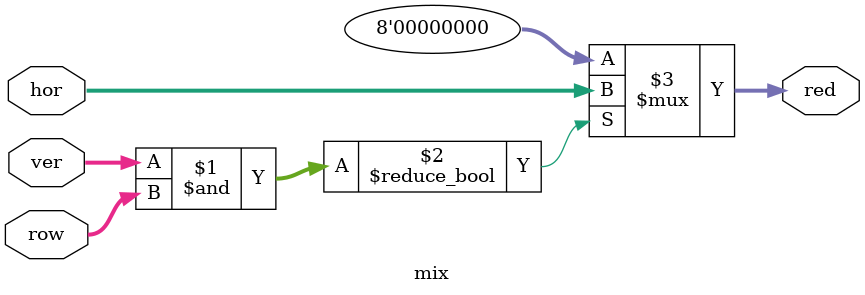
<source format=v>
module 	mix(ver, hor, row, red);
input		[7:0]ver, hor, row;
output 	[7:0]red;

assign  red = ((ver & row) != 8'b0) ? hor : 8'b0;

endmodule
/*
邏輯判斷： 當 「目前掃描的列 (row)」 剛好等於 「小紅點所在的列 (ver)」 時，我們才把小紅點的水平位置 (hor) 輸出給 red；
否則 red 應保持全暗 (0)，避免小紅點出現在錯誤的列上。

輸入 ver (Vertical): 代表小紅點目前所在的「列」位置（例如第 3 列是 1，其他是 0）。
輸入 row (Row Scan): 代表目前硬體正在掃描哪一列。
輸入 hor (Horizontal): 代表小紅點所在的「行」資料。
*/
</source>
